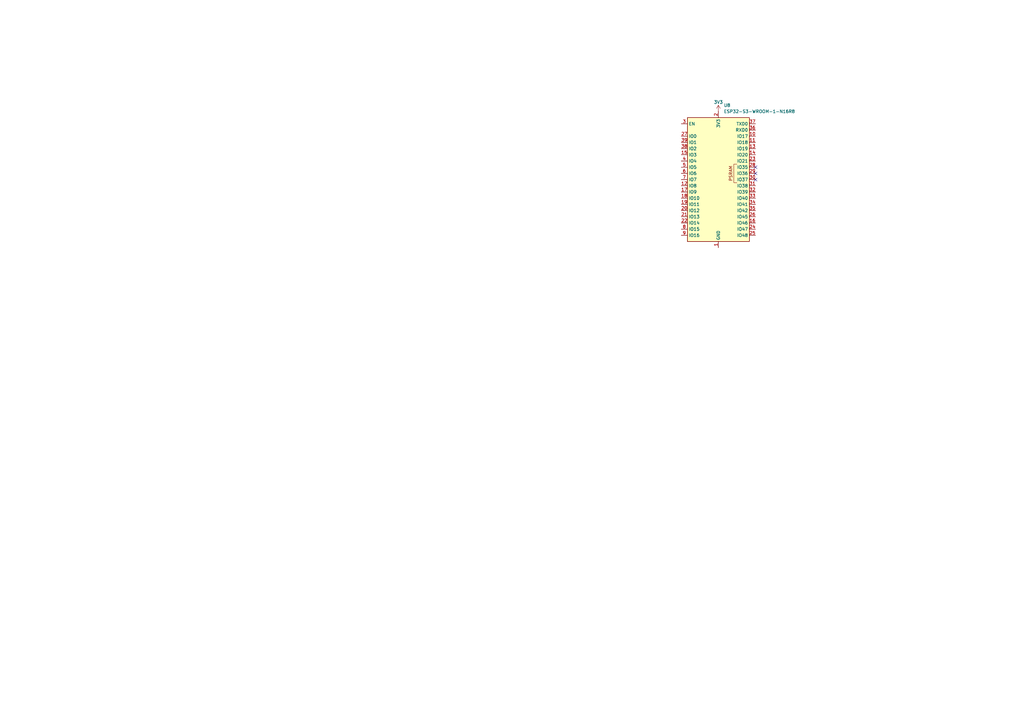
<source format=kicad_sch>
(kicad_sch (version 20231120) (generator "eeschema") (generator_version "8.0")
  (paper "A3")
  (lib_symbols
    (symbol "RF_Module:ESP32-S3-WROOM-1"
      (property "Reference" "U" (at -12.7 26.67 0))
      (property "Value" "ESP32-S3-WROOM-1" (at 12.7 26.67 0))
      (symbol "ESP32-S3-WROOM-1_0_0"
        (rectangle (start -12.7 25.4) (end 12.7 -25.4) (stroke (width 0.254)) (fill (type background)))
        (text "PSRAM" (at 5.08 2.54 900) (effects (font (size 1.27 1.27))))
      )
      (symbol "ESP32-S3-WROOM-1_0_1"
        (polyline (pts (xy 7.62 -1.27) (xy 6.35 -1.27) (xy 6.35 6.35) (xy 7.62 6.35)))
      )
      (symbol "ESP32-S3-WROOM-1_1_1"
        (pin power_in line (at 0 -27.94 90) (length 2.54) (name "GND") (number "1"))
        (pin bidirectional line (at 15.24 17.78 180) (length 2.54) (name "IO17") (number "10"))
        (pin bidirectional line (at 15.24 15.24 180) (length 2.54) (name "IO18") (number "11"))
        (pin bidirectional line (at -15.24 -2.54 0) (length 2.54) (name "IO8") (number "12"))
        (pin bidirectional line (at 15.24 12.7 180) (length 2.54) (name "IO19") (number "13"))
        (pin bidirectional line (at 15.24 10.16 180) (length 2.54) (name "IO20") (number "14"))
        (pin bidirectional line (at -15.24 10.16 0) (length 2.54) (name "IO3") (number "15"))
        (pin bidirectional line (at 15.24 -17.78 180) (length 2.54) (name "IO46") (number "16"))
        (pin bidirectional line (at -15.24 -5.08 0) (length 2.54) (name "IO9") (number "17"))
        (pin bidirectional line (at -15.24 -7.62 0) (length 2.54) (name "IO10") (number "18"))
        (pin bidirectional line (at -15.24 -10.16 0) (length 2.54) (name "IO11") (number "19"))
        (pin power_in line (at 0 27.94 270) (length 2.54) (name "3V3") (number "2"))
        (pin bidirectional line (at -15.24 -12.7 0) (length 2.54) (name "IO12") (number "20"))
        (pin bidirectional line (at -15.24 -15.24 0) (length 2.54) (name "IO13") (number "21"))
        (pin bidirectional line (at -15.24 -17.78 0) (length 2.54) (name "IO14") (number "22"))
        (pin bidirectional line (at 15.24 7.62 180) (length 2.54) (name "IO21") (number "23"))
        (pin bidirectional line (at 15.24 -20.32 180) (length 2.54) (name "IO47") (number "24"))
        (pin bidirectional line (at 15.24 -22.86 180) (length 2.54) (name "IO48") (number "25"))
        (pin bidirectional line (at 15.24 -15.24 180) (length 2.54) (name "IO45") (number "26"))
        (pin bidirectional line (at -15.24 17.78 0) (length 2.54) (name "IO0") (number "27"))
        (pin bidirectional line (at 15.24 5.08 180) (length 2.54) (name "IO35") (number "28"))
        (pin bidirectional line (at 15.24 2.54 180) (length 2.54) (name "IO36") (number "29"))
        (pin input line (at -15.24 22.86 0) (length 2.54) (name "EN") (number "3"))
        (pin bidirectional line (at 15.24 0 180) (length 2.54) (name "IO37") (number "30"))
        (pin bidirectional line (at 15.24 -2.54 180) (length 2.54) (name "IO38") (number "31"))
        (pin bidirectional line (at 15.24 -5.08 180) (length 2.54) (name "IO39") (number "32"))
        (pin bidirectional line (at 15.24 -7.62 180) (length 2.54) (name "IO40") (number "33"))
        (pin bidirectional line (at 15.24 -10.16 180) (length 2.54) (name "IO41") (number "34"))
        (pin bidirectional line (at 15.24 -12.7 180) (length 2.54) (name "IO42") (number "35"))
        (pin bidirectional line (at 15.24 20.32 180) (length 2.54) (name "RXD0") (number "36"))
        (pin bidirectional line (at 15.24 22.86 180) (length 2.54) (name "TXD0") (number "37"))
        (pin bidirectional line (at -15.24 12.7 0) (length 2.54) (name "IO2") (number "38"))
        (pin bidirectional line (at -15.24 15.24 0) (length 2.54) (name "IO1") (number "39"))
        (pin bidirectional line (at -15.24 7.62 0) (length 2.54) (name "IO4") (number "4"))
        (pin passive line (at 0 -27.94 90) (length 2.54) hide (name "GND") (number "40"))
        (pin passive line (at 0 -27.94 90) (length 2.54) hide (name "GND") (number "41"))
        (pin bidirectional line (at -15.24 5.08 0) (length 2.54) (name "IO5") (number "5"))
        (pin bidirectional line (at -15.24 2.54 0) (length 2.54) (name "IO6") (number "6"))
        (pin bidirectional line (at -15.24 0 0) (length 2.54) (name "IO7") (number "7"))
        (pin bidirectional line (at -15.24 -20.32 0) (length 2.54) (name "IO15") (number "8"))
        (pin bidirectional line (at -15.24 -22.86 0) (length 2.54) (name "IO16") (number "9"))
      )
    )
    (symbol "power:+3V3" (power) (pin_numbers hide) (pin_names (offset 0) hide)
      (property "Value" "+3V3" (at 0 3.556 0))
      (symbol "+3V3_0_1"
        (polyline (pts (xy -0.762 1.27) (xy 0 2.54)))
        (polyline (pts (xy 0 0) (xy 0 2.54)))
        (polyline (pts (xy 0 2.54) (xy 0.762 1.27)))
      )
      (symbol "+3V3_1_1"
        (pin power_in line (at 0 0 90) (length 0) (name "~") (number "1"))
      )
    )
  )
  (no_connect (at 309.88 73.66))
  (no_connect (at 309.88 71.12))
  (no_connect (at 309.88 68.58))
  (symbol (lib_id "RF_Module:ESP32-S3-WROOM-1") (at 294.64 73.66 0) (unit 1)
    (property "Reference" "U8" (at 296.8341 43.18 0) (effects (justify left)))
    (property "Value" "ESP32-S3-WROOM-1-N16R8" (at 296.8341 45.72 0) (effects (justify left)))
    (property "Footprint" "RF_Module:ESP32-S3-WROOM-1" (effects (hide yes)))
    (property "Datasheet" "https://www.espressif.com/sites/default/files/documentation/esp32-s3-wroom-1_wroom-1u_datasheet_en.pdf" (effects (hide yes)))
    (property "Description" "RF Module, ESP32-S3 SoC, Wi-Fi 802.11b/g/n, Bluetooth, BLE, 32-bit, 3.3V, onboard antenna, SMD" (effects (hide yes)))
  )
  (symbol (lib_id "power:+3V3") (at 294.64 45.72 0) (unit 1)
    (property "Reference" "#PWR022" (effects (hide yes)))
    (property "Value" "3V3" (at 294.64 41.91 0))
    (property "Description" "Power symbol creates a global label with name \"+3V3\"" (effects (hide yes)))
  )
)
</source>
